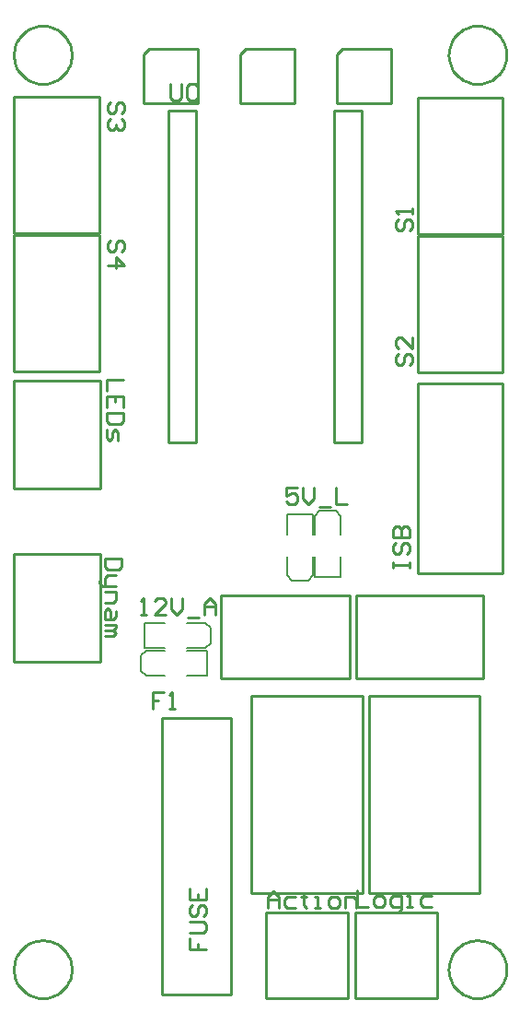
<source format=gto>
G04 Layer_Color=65535*
%FSLAX25Y25*%
%MOIN*%
G70*
G01*
G75*
%ADD27C,0.01000*%
%ADD28C,0.00787*%
D27*
X22284Y342520D02*
X22236Y343515D01*
X22094Y344502D01*
X21859Y345470D01*
X21533Y346412D01*
X21119Y347318D01*
X20621Y348182D01*
X20043Y348993D01*
X19390Y349746D01*
X18669Y350434D01*
X17886Y351050D01*
X17047Y351589D01*
X16161Y352046D01*
X15236Y352416D01*
X14280Y352697D01*
X13301Y352886D01*
X12309Y352980D01*
X11313D01*
X10321Y352886D01*
X9342Y352697D01*
X8386Y352416D01*
X7461Y352046D01*
X6575Y351589D01*
X5736Y351050D01*
X4953Y350434D01*
X4232Y349746D01*
X3579Y348993D01*
X3001Y348182D01*
X2503Y347318D01*
X2089Y346412D01*
X1763Y345470D01*
X1528Y344502D01*
X1386Y343515D01*
X1339Y342520D01*
X1386Y341524D01*
X1528Y340538D01*
X1763Y339569D01*
X2089Y338628D01*
X2503Y337721D01*
X3001Y336858D01*
X3579Y336046D01*
X4232Y335293D01*
X4953Y334605D01*
X5736Y333989D01*
X6575Y333450D01*
X7461Y332994D01*
X8386Y332623D01*
X9342Y332343D01*
X10321Y332154D01*
X11313Y332059D01*
X12309D01*
X13301Y332154D01*
X14280Y332343D01*
X15236Y332623D01*
X16161Y332994D01*
X17047Y333450D01*
X17886Y333989D01*
X18669Y334605D01*
X19390Y335293D01*
X20043Y336046D01*
X20621Y336858D01*
X21119Y337721D01*
X21533Y338628D01*
X21859Y339569D01*
X22094Y340538D01*
X22236Y341524D01*
X22284Y342520D01*
X179764D02*
X179716Y343515D01*
X179575Y344502D01*
X179340Y345470D01*
X179014Y346412D01*
X178600Y347318D01*
X178101Y348182D01*
X177523Y348993D01*
X176871Y349746D01*
X176149Y350434D01*
X175366Y351050D01*
X174528Y351589D01*
X173642Y352046D01*
X172716Y352416D01*
X171760Y352697D01*
X170782Y352886D01*
X169790Y352980D01*
X168793D01*
X167801Y352886D01*
X166822Y352697D01*
X165866Y352416D01*
X164941Y352046D01*
X164055Y351589D01*
X163217Y351050D01*
X162433Y350434D01*
X161712Y349746D01*
X161059Y348993D01*
X160481Y348182D01*
X159983Y347318D01*
X159569Y346412D01*
X159243Y345470D01*
X159008Y344502D01*
X158866Y343515D01*
X158819Y342520D01*
X158866Y341524D01*
X159008Y340538D01*
X159243Y339569D01*
X159569Y338628D01*
X159983Y337721D01*
X160481Y336858D01*
X161059Y336046D01*
X161712Y335293D01*
X162433Y334605D01*
X163217Y333989D01*
X164055Y333450D01*
X164941Y332994D01*
X165866Y332623D01*
X166822Y332343D01*
X167801Y332154D01*
X168793Y332059D01*
X169790D01*
X170782Y332154D01*
X171760Y332343D01*
X172717Y332623D01*
X173642Y332994D01*
X174528Y333450D01*
X175366Y333989D01*
X176149Y334605D01*
X176871Y335293D01*
X177523Y336046D01*
X178101Y336858D01*
X178600Y337721D01*
X179014Y338628D01*
X179340Y339569D01*
X179575Y340538D01*
X179716Y341524D01*
X179764Y342520D01*
X22284Y11811D02*
X22236Y12807D01*
X22094Y13793D01*
X21859Y14762D01*
X21533Y15703D01*
X21119Y16610D01*
X20621Y17473D01*
X20043Y18285D01*
X19390Y19038D01*
X18669Y19726D01*
X17886Y20342D01*
X17047Y20880D01*
X16161Y21337D01*
X15236Y21708D01*
X14280Y21988D01*
X13301Y22177D01*
X12309Y22272D01*
X11313D01*
X10321Y22177D01*
X9342Y21988D01*
X8386Y21708D01*
X7461Y21337D01*
X6575Y20880D01*
X5736Y20342D01*
X4953Y19726D01*
X4232Y19038D01*
X3579Y18285D01*
X3001Y17473D01*
X2503Y16610D01*
X2089Y15703D01*
X1763Y14762D01*
X1528Y13793D01*
X1386Y12807D01*
X1339Y11811D01*
X1386Y10816D01*
X1528Y9829D01*
X1763Y8861D01*
X2089Y7919D01*
X2503Y7012D01*
X3001Y6149D01*
X3579Y5337D01*
X4232Y4584D01*
X4953Y3897D01*
X5736Y3280D01*
X6575Y2742D01*
X7461Y2285D01*
X8386Y1915D01*
X9342Y1634D01*
X10321Y1445D01*
X11313Y1350D01*
X12309D01*
X13301Y1445D01*
X14280Y1634D01*
X15236Y1915D01*
X16161Y2285D01*
X17047Y2742D01*
X17886Y3280D01*
X18669Y3897D01*
X19390Y4584D01*
X20043Y5337D01*
X20621Y6149D01*
X21119Y7012D01*
X21533Y7919D01*
X21859Y8861D01*
X22094Y9829D01*
X22236Y10816D01*
X22284Y11811D01*
X179764Y11811D02*
X179716Y12807D01*
X179575Y13793D01*
X179340Y14761D01*
X179014Y15703D01*
X178600Y16610D01*
X178101Y17473D01*
X177523Y18285D01*
X176871Y19038D01*
X176149Y19726D01*
X175366Y20342D01*
X174528Y20880D01*
X173642Y21337D01*
X172716Y21708D01*
X171760Y21988D01*
X170782Y22177D01*
X169790Y22272D01*
X168793D01*
X167801Y22177D01*
X166822Y21988D01*
X165866Y21708D01*
X164941Y21337D01*
X164055Y20880D01*
X163217Y20342D01*
X162433Y19726D01*
X161712Y19038D01*
X161059Y18285D01*
X160481Y17473D01*
X159983Y16610D01*
X159569Y15703D01*
X159243Y14761D01*
X159008Y13793D01*
X158866Y12807D01*
X158819Y11811D01*
X158866Y10816D01*
X159008Y9829D01*
X159243Y8861D01*
X159569Y7919D01*
X159983Y7012D01*
X160481Y6149D01*
X161059Y5337D01*
X161712Y4584D01*
X162433Y3897D01*
X163217Y3280D01*
X164055Y2742D01*
X164941Y2285D01*
X165866Y1915D01*
X166822Y1634D01*
X167801Y1445D01*
X168793Y1350D01*
X169790D01*
X170782Y1445D01*
X171760Y1634D01*
X172717Y1915D01*
X173642Y2285D01*
X174528Y2742D01*
X175366Y3280D01*
X176149Y3897D01*
X176871Y4584D01*
X177523Y5337D01*
X178101Y6149D01*
X178600Y7012D01*
X179014Y7919D01*
X179340Y8861D01*
X179575Y9829D01*
X179716Y10816D01*
X179764Y11811D01*
X118287Y324941D02*
Y342657D01*
X120256Y344626D01*
X137972D01*
Y324941D02*
Y344626D01*
X118287Y324941D02*
X137972D01*
X83287D02*
Y342657D01*
X85256Y344626D01*
X102972D01*
Y324941D02*
Y344626D01*
X83287Y324941D02*
X102972D01*
X48287D02*
Y342657D01*
X50256Y344626D01*
X67972D01*
Y324941D02*
Y344626D01*
X48287Y324941D02*
X67972D01*
X55138Y2638D02*
X80138D01*
Y102638D01*
X55138D02*
X80138D01*
X55138Y2638D02*
Y102638D01*
X125157Y1516D02*
Y32421D01*
Y1516D02*
X154685D01*
Y32421D01*
X125157D02*
X154685D01*
X92658Y1516D02*
Y32421D01*
Y1516D02*
X122185D01*
Y32421D01*
X92658D02*
X122185D01*
X87450Y39200D02*
Y110800D01*
Y39200D02*
X127550D01*
Y110800D01*
X87450D02*
X127550D01*
X129950Y39200D02*
Y110800D01*
Y39200D02*
X170050D01*
Y110800D01*
X129950D02*
X170050D01*
X125413Y117126D02*
X171476D01*
X125413Y117126D02*
Y147047D01*
Y147047D02*
X171476D01*
Y117126D02*
Y147047D01*
X1516Y162146D02*
X32618D01*
X1516Y123169D02*
Y162146D01*
Y123169D02*
X32618D01*
Y162146D01*
X147579Y227658D02*
X178484D01*
Y276870D01*
X147579D02*
X178484D01*
X147579Y227658D02*
Y276870D01*
Y277658D02*
X178484D01*
Y326870D01*
X147579D02*
X178484D01*
X147579Y277658D02*
Y326870D01*
X1516Y277343D02*
X32421D01*
X1516Y228130D02*
Y277343D01*
Y228130D02*
X32421D01*
Y277343D01*
X1516Y327343D02*
X32421D01*
X1516Y278130D02*
Y327343D01*
Y278130D02*
X32421D01*
Y327343D01*
X147579Y155157D02*
X178484D01*
Y223563D01*
X147579D02*
X178484D01*
X147579Y155157D02*
Y223563D01*
X76500Y117000D02*
X123000D01*
Y146843D01*
X122921Y146921D02*
X123000Y146843D01*
X76500Y146921D02*
X122921D01*
X76500Y117000D02*
Y146921D01*
X1516Y224646D02*
X32618D01*
X1516Y185669D02*
Y224646D01*
Y185669D02*
X32618D01*
Y224646D01*
X57500Y322500D02*
X67500D01*
Y202500D02*
Y322500D01*
X57500Y202500D02*
Y322500D01*
Y202500D02*
X67500D01*
X117500D02*
X127500D01*
Y322500D01*
X117500D02*
X127500D01*
X117500Y202500D02*
Y322500D01*
X93500Y34000D02*
Y37999D01*
X95499Y39998D01*
X97499Y37999D01*
Y34000D01*
Y36999D01*
X93500D01*
X103497Y37999D02*
X100498D01*
X99498Y36999D01*
Y35000D01*
X100498Y34000D01*
X103497D01*
X106496Y38998D02*
Y37999D01*
X105496D01*
X107495D01*
X106496D01*
Y35000D01*
X107495Y34000D01*
X110494D02*
X112494D01*
X111494D01*
Y37999D01*
X110494D01*
X116493Y34000D02*
X118492D01*
X119492Y35000D01*
Y36999D01*
X118492Y37999D01*
X116493D01*
X115493Y36999D01*
Y35000D01*
X116493Y34000D01*
X121491D02*
Y37999D01*
X124490D01*
X125490Y36999D01*
Y34000D01*
X40329Y160394D02*
X34331D01*
Y157395D01*
X35330Y156395D01*
X39329D01*
X40329Y157395D01*
Y160394D01*
X38329Y154396D02*
X35330D01*
X34331Y153396D01*
Y150397D01*
X33331D01*
X32331Y151397D01*
Y152396D01*
X34331Y150397D02*
X38329D01*
X34331Y148398D02*
X38329D01*
Y145399D01*
X37330Y144399D01*
X34331D01*
X38329Y141400D02*
Y139400D01*
X37330Y138401D01*
X34331D01*
Y141400D01*
X35330Y142400D01*
X36330Y141400D01*
Y138401D01*
X34331Y136401D02*
X38329D01*
Y135402D01*
X37330Y134402D01*
X34331D01*
X37330D01*
X38329Y133402D01*
X37330Y132403D01*
X34331D01*
X55737Y112136D02*
X51738D01*
Y109137D01*
X53737D01*
X51738D01*
Y106138D01*
X57736D02*
X59735D01*
X58736D01*
Y112136D01*
X57736Y111136D01*
X125551Y40270D02*
Y34272D01*
X129550D01*
X132549D02*
X134548D01*
X135548Y35271D01*
Y37271D01*
X134548Y38270D01*
X132549D01*
X131549Y37271D01*
Y35271D01*
X132549Y34272D01*
X139547Y32272D02*
X140546D01*
X141546Y33272D01*
Y38270D01*
X138547D01*
X137547Y37271D01*
Y35271D01*
X138547Y34272D01*
X141546D01*
X143545D02*
X145545D01*
X144545D01*
Y38270D01*
X143545D01*
X152542D02*
X149543D01*
X148544Y37271D01*
Y35271D01*
X149543Y34272D01*
X152542D01*
X140671Y283093D02*
X139671Y282094D01*
Y280094D01*
X140671Y279095D01*
X141671D01*
X142670Y280094D01*
Y282094D01*
X143670Y283093D01*
X144670D01*
X145669Y282094D01*
Y280094D01*
X144670Y279095D01*
X145669Y285092D02*
Y287092D01*
Y286092D01*
X139671D01*
X140671Y285092D01*
Y234412D02*
X139671Y233412D01*
Y231413D01*
X140671Y230413D01*
X141671D01*
X142670Y231413D01*
Y233412D01*
X143670Y234412D01*
X144670D01*
X145669Y233412D01*
Y231413D01*
X144670Y230413D01*
X145669Y240410D02*
Y236411D01*
X141671Y240410D01*
X140671D01*
X139671Y239410D01*
Y237411D01*
X140671Y236411D01*
X40372Y321375D02*
X41372Y322375D01*
Y324374D01*
X40372Y325374D01*
X39373D01*
X38373Y324374D01*
Y322375D01*
X37373Y321375D01*
X36374D01*
X35374Y322375D01*
Y324374D01*
X36374Y325374D01*
X40372Y319376D02*
X41372Y318376D01*
Y316377D01*
X40372Y315377D01*
X39373D01*
X38373Y316377D01*
Y317377D01*
Y316377D01*
X37373Y315377D01*
X36374D01*
X35374Y316377D01*
Y318376D01*
X36374Y319376D01*
X40372Y271375D02*
X41372Y272375D01*
Y274374D01*
X40372Y275374D01*
X39373D01*
X38373Y274374D01*
Y272375D01*
X37373Y271375D01*
X36374D01*
X35374Y272375D01*
Y274374D01*
X36374Y275374D01*
X35374Y266377D02*
X41372D01*
X38373Y269376D01*
Y265377D01*
X138628Y157126D02*
Y159125D01*
Y158126D01*
X144626D01*
Y157126D01*
Y159125D01*
X139628Y166123D02*
X138628Y165123D01*
Y163124D01*
X139628Y162124D01*
X140627D01*
X141627Y163124D01*
Y165123D01*
X142627Y166123D01*
X143626D01*
X144626Y165123D01*
Y163124D01*
X143626Y162124D01*
X138628Y168122D02*
X144626D01*
Y171122D01*
X143626Y172121D01*
X142627D01*
X141627Y171122D01*
Y168122D01*
Y171122D01*
X140627Y172121D01*
X139628D01*
X138628Y171122D01*
Y168122D01*
X40998Y225000D02*
X35000D01*
Y221001D01*
X40998Y215003D02*
Y219002D01*
X35000D01*
Y215003D01*
X37999Y219002D02*
Y217003D01*
X40998Y213004D02*
X35000D01*
Y210005D01*
X36000Y209005D01*
X39998D01*
X40998Y210005D01*
Y213004D01*
X35000Y207006D02*
Y204007D01*
X36000Y203007D01*
X36999Y204007D01*
Y206006D01*
X37999Y207006D01*
X38999Y206006D01*
Y203007D01*
X58038Y332036D02*
Y327038D01*
X59038Y326038D01*
X61037D01*
X62037Y327038D01*
Y332036D01*
X64036Y331036D02*
X65035Y332036D01*
X67035D01*
X68035Y331036D01*
Y327038D01*
X67035Y326038D01*
X65035D01*
X64036Y327038D01*
Y331036D01*
X65002Y22999D02*
Y19000D01*
X68001D01*
Y20999D01*
Y19000D01*
X71000D01*
X65002Y24998D02*
X70000D01*
X71000Y25998D01*
Y27997D01*
X70000Y28997D01*
X65002D01*
X66002Y34995D02*
X65002Y33995D01*
Y31996D01*
X66002Y30996D01*
X67001D01*
X68001Y31996D01*
Y33995D01*
X69001Y34995D01*
X70000D01*
X71000Y33995D01*
Y31996D01*
X70000Y30996D01*
X65002Y40993D02*
Y36994D01*
X71000D01*
Y40993D01*
X68001Y36994D02*
Y38993D01*
X103999Y185998D02*
X100000D01*
Y182999D01*
X101999Y183999D01*
X102999D01*
X103999Y182999D01*
Y181000D01*
X102999Y180000D01*
X101000D01*
X100000Y181000D01*
X105998Y185998D02*
Y181999D01*
X107997Y180000D01*
X109997Y181999D01*
Y185998D01*
X111996Y179000D02*
X115995D01*
X117994Y185998D02*
Y180000D01*
X121993D01*
X47500Y140000D02*
X49499D01*
X48500D01*
Y145998D01*
X47500Y144998D01*
X56497Y140000D02*
X52498D01*
X56497Y143999D01*
Y144998D01*
X55497Y145998D01*
X53498D01*
X52498Y144998D01*
X58496Y145998D02*
Y141999D01*
X60496Y140000D01*
X62495Y141999D01*
Y145998D01*
X64495Y139000D02*
X68493D01*
X70493Y140000D02*
Y143999D01*
X72492Y145998D01*
X74491Y143999D01*
Y140000D01*
Y142999D01*
X70493D01*
D28*
X119528Y153583D02*
Y161063D01*
X110472Y153583D02*
Y161063D01*
Y153583D02*
X119528D01*
X112047Y177598D02*
X117953D01*
X119528Y168937D02*
Y175630D01*
X110472D02*
X112047Y177598D01*
X117953D02*
X119528Y175630D01*
X110472Y168937D02*
Y175630D01*
X100472Y168937D02*
Y176417D01*
X109528Y168937D02*
Y176417D01*
X100472D02*
X109528D01*
X102047Y152402D02*
X107953D01*
X100472Y154370D02*
Y161063D01*
X107953Y152402D02*
X109528Y154370D01*
X100472D02*
X102047Y152402D01*
X109528Y154370D02*
Y161063D01*
X63937Y127028D02*
X71417D01*
X63937Y117972D02*
X71417D01*
Y127028D01*
X47402Y119547D02*
Y125453D01*
X49370Y127028D02*
X56063D01*
X47402Y119547D02*
X49370Y117972D01*
X47402Y125453D02*
X49370Y127028D01*
X49370Y117972D02*
X56063D01*
X48583Y127972D02*
X56063D01*
X48583Y137028D02*
X56063D01*
X48583Y127972D02*
Y137028D01*
X72598Y129547D02*
Y135453D01*
X63937Y127972D02*
X70630D01*
Y137028D02*
X72598Y135453D01*
X70630Y127972D02*
X72598Y129547D01*
X63937Y137028D02*
X70630D01*
M02*

</source>
